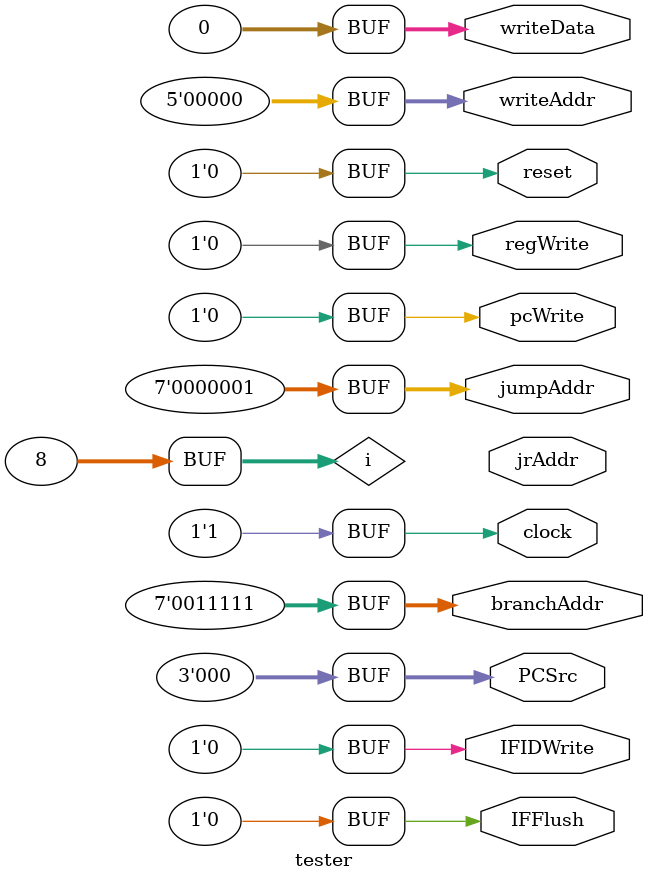
<source format=v>
`include "fetch.v"
`include "decode.v"

module fetchDecodeTest();
	wire [31:0] instruction;
	
	wire clock, reset;
	wire [2:0] PCSrc;
	wire pcWrite;
	wire IFIDWrite;
	wire IFFlush;
	wire [6:0] jumpAddr;
	wire [6:0] jrAddr;
	wire [6:0] branchAddr;
	
	wire [5:0] opCode;
	wire [4:0] rs_FD, rt_FD, rd_FD;
	wire [31:0] readData_1, readData_2, immediate;
	wire [6:0] jumpAddr_FD;
	wire [31:0] writeData;
	wire [4:0] writeAddr;
	wire regWrite;
	
	fetch IF(instruction, PCSrc, clock, reset, jumpAddr, jrAddr, 
				branchAddr, pcWrite, IFFlush, IFIDWrite);
	decode ID(opCode, rs_FD, rt_FD, rd_FD, jumpAddr_FD, readData_1, readData_2, immediate,
				instruction, regWrite, writeAddr, writeData, clock, reset);
	tester test(clock, reset, PCSrc, pcWrite, IFIDWrite, IFFlush, jumpAddr, jrAddr,
				branchAddr, writeAddr, writeData, regWrite);
	
	initial begin
		$dumpfile("IFID.vcd");
		$dumpvars();
	end
endmodule

module tester(
	output reg clock,
	output reg reset,
	output reg [2:0] PCSrc,
	output reg pcWrite,
	output reg IFIDWrite,
	output reg IFFlush,
	output reg [6:0] jumpAddr,
	output reg [6:0] jrAddr,
	output reg [6:0] branchAddr,
	output reg [4:0] writeAddr,
	output reg [31:0] writeData,
	output reg regWrite);
	integer i;
	
	parameter delay = 10;
	
	initial begin
		// fill up register
		clock = 1;
		reset = 1;
		regWrite = 0;
		writeAddr = 0;
		writeData = 0;
		pcWrite = 0;
		PCSrc = 0;
		IFIDWrite = 0;
		IFFlush = 0;
		jumpAddr = 1;
		branchAddr = 31;
		for (i = 0; i < 16; i = i + 1) begin
			#delay; clock = ~clock; 
			#delay; clock = ~clock; 
		end
		reset = 0;
		regWrite = 1;
		for (i = 0; i < 16; i = i + 1) begin // check that registers can be written
			#delay; clock = ~clock;
			writeAddr = i;
			writeData = i; 
			#delay; clock = ~clock; 
		end
		regWrite = 0;
		for (i = 0; i < 16; i = i + 1) begin // check that registers are not written
			#delay; clock = ~clock;			 // when regWrite is low but there's stuff on the inputs
			writeAddr = 15 -i;					 
			writeData = 15 - i; 
			#delay; clock = ~clock; 
		end
		
		
		// sequential instructions and then some jumps
		pcWrite = 1;
		IFIDWrite = 1;
		for (i = 0; i < 32; i = i + 1) begin
			#delay; clock = ~clock; 
			#delay; clock = ~clock; 
		end
		PCSrc = 3'b100; // branchAddr into PC
		for (i = 0; i < 8; i = i + 1) begin
			#delay; clock = ~clock; 
			#delay; clock = ~clock; ;
		end
		PCSrc = 0; // back to sequential instructions
		IFFlush = 1; // zero IFID register
		for (i = 0; i < 8; i = i + 1) begin
			#delay; clock = ~clock; 
			#delay; clock = ~clock; 
		end
		IFFlush = 0;
		IFIDWrite = 0; // freeze IFID
		for (i = 0; i < 8; i = i + 1) begin
			#delay; clock = ~clock; 
			#delay; clock = ~clock; 
		end
		pcWrite = 0; // freeze PC
		for (i = 0; i < 8; i = i + 1) begin
			#delay; clock = ~clock; 
			#delay; clock = ~clock; 
		end
	end
endmodule
	
</source>
